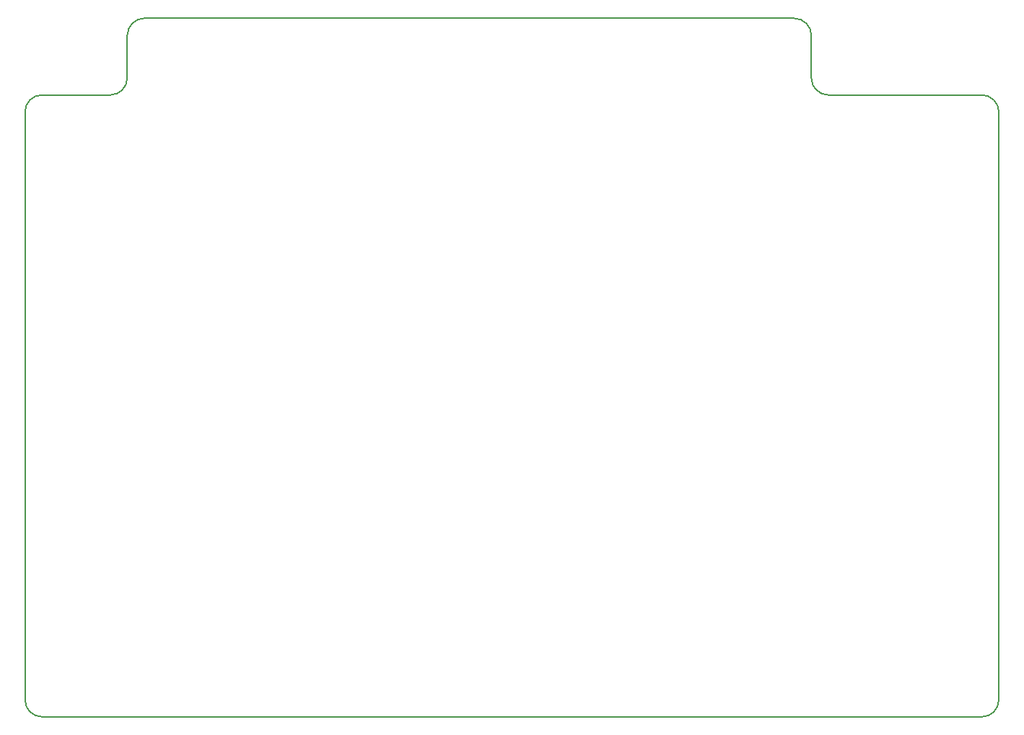
<source format=gm1>
G04 #@! TF.GenerationSoftware,KiCad,Pcbnew,(5.0.1-dev-70-gb7b125d83)*
G04 #@! TF.CreationDate,2019-02-27T23:36:49+01:00*
G04 #@! TF.ProjectId,vitamins_included,766974616D696E735F696E636C756465,rev?*
G04 #@! TF.SameCoordinates,Original*
G04 #@! TF.FileFunction,Profile,NP*
%FSLAX46Y46*%
G04 Gerber Fmt 4.6, Leading zero omitted, Abs format (unit mm)*
G04 Created by KiCad (PCBNEW (5.0.1-dev-70-gb7b125d83)) date 02/27/19 23:36:49*
%MOMM*%
%LPD*%
G01*
G04 APERTURE LIST*
%ADD10C,0.150000*%
G04 APERTURE END LIST*
D10*
X12000000Y-2000000D02*
G75*
G02X14000000Y0I2000000J0D01*
G01*
X92250000Y-7000000D02*
X92250000Y-2000000D01*
X12000000Y-7000000D02*
X12000000Y-2000000D01*
X90250000Y0D02*
X14000000Y0D01*
X0Y-80000000D02*
X0Y-11000000D01*
X12000000Y-7000000D02*
G75*
G02X10000000Y-9000000I-2000000J0D01*
G01*
X10000000Y-9000000D02*
X2000000Y-9000000D01*
X114250000Y-80000000D02*
X114250000Y-11000000D01*
X112250000Y-9000000D02*
X94250000Y-9000000D01*
X112250000Y-9000000D02*
G75*
G02X114250000Y-11000000I0J-2000000D01*
G01*
X2000000Y-82000000D02*
X112250000Y-82000000D01*
X2000000Y-82000000D02*
G75*
G02X0Y-80000000I0J2000000D01*
G01*
X114250000Y-80000000D02*
G75*
G02X112250000Y-82000000I-2000000J0D01*
G01*
X94250000Y-9000000D02*
G75*
G02X92250000Y-7000000I0J2000000D01*
G01*
X0Y-11000000D02*
G75*
G02X2000000Y-9000000I2000000J0D01*
G01*
X90250000Y0D02*
G75*
G02X92250000Y-2000000I0J-2000000D01*
G01*
M02*

</source>
